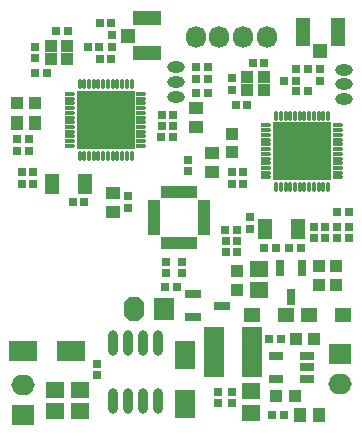
<source format=gts>
%FSLAX44Y44*%
%MOMM*%
G71*
G01*
G75*
G04 Layer_Color=8388736*
%ADD10R,1.0000X0.9000*%
%ADD11R,0.6000X0.6000*%
%ADD12R,0.2800X0.9000*%
%ADD13R,0.9000X0.2800*%
%ADD14R,0.9000X0.8128*%
%ADD15R,0.9000X1.0000*%
%ADD16R,0.6000X0.6000*%
%ADD17O,0.2000X0.6500*%
%ADD18O,0.6500X0.2000*%
%ADD19R,4.7000X4.7000*%
%ADD20R,0.9000X0.8000*%
%ADD21R,2.2000X1.0500*%
%ADD22R,1.1000X1.0000*%
%ADD23R,1.0000X1.5000*%
%ADD24R,1.2500X1.0000*%
%ADD25R,0.6000X1.2000*%
%ADD26R,1.4000X1.1500*%
%ADD27R,0.8128X0.9000*%
%ADD28R,1.0000X0.5500*%
%ADD29R,1.0000X1.1000*%
%ADD30R,1.0500X2.2000*%
%ADD31R,1.2000X0.6000*%
%ADD32O,0.6000X2.0000*%
%ADD33R,1.5000X4.0000*%
%ADD34R,2.2000X1.5500*%
%ADD35R,1.5500X2.2000*%
%ADD36R,1.5240X1.7780*%
G04:AMPARAMS|DCode=37|XSize=1.524mm|YSize=1.778mm|CornerRadius=0mm|HoleSize=0mm|Usage=FLASHONLY|Rotation=0.000|XOffset=0mm|YOffset=0mm|HoleType=Round|Shape=Octagon|*
%AMOCTAGOND37*
4,1,8,-0.3810,0.8890,0.3810,0.8890,0.7620,0.5080,0.7620,-0.5080,0.3810,-0.8890,-0.3810,-0.8890,-0.7620,-0.5080,-0.7620,0.5080,-0.3810,0.8890,0.0*
%
%ADD37OCTAGOND37*%

%ADD38C,0.2540*%
%ADD39C,0.2032*%
%ADD40C,0.1524*%
%ADD41C,0.3810*%
%ADD42C,0.5080*%
%ADD43C,1.0160*%
%ADD44C,0.7620*%
%ADD45C,0.6350*%
%ADD46R,1.1684X1.1430*%
%ADD47O,1.5240X1.6510*%
%ADD48O,1.2700X0.7620*%
%ADD49R,1.7780X1.5240*%
%ADD50O,1.7780X1.5240*%
%ADD51C,0.5588*%
%ADD52R,0.6000X1.4000*%
%ADD53R,1.1470X1.1390*%
%ADD54C,0.1270*%
%ADD55C,0.2500*%
%ADD56C,0.1016*%
%ADD57C,0.2000*%
%ADD58C,0.3000*%
%ADD59C,0.3048*%
%ADD60R,4.0000X0.5000*%
%ADD61R,1.2032X1.1032*%
%ADD62R,0.8032X0.8032*%
%ADD63R,0.4832X1.1032*%
%ADD64R,1.1032X0.4832*%
%ADD65R,1.1032X1.0160*%
%ADD66R,1.1032X1.2032*%
%ADD67R,0.8032X0.8032*%
%ADD68O,0.4032X0.8532*%
%ADD69O,0.8532X0.4032*%
%ADD70R,4.9032X4.9032*%
%ADD71R,1.1032X1.0032*%
%ADD72R,2.4032X1.2532*%
%ADD73R,1.3032X1.2032*%
%ADD74R,1.2032X1.7032*%
%ADD75R,1.4532X1.2032*%
%ADD76R,0.8032X1.4032*%
%ADD77R,1.6032X1.3532*%
%ADD78R,1.0160X1.1032*%
%ADD79R,1.2032X0.7532*%
%ADD80R,1.2032X1.3032*%
%ADD81R,1.2532X2.4032*%
%ADD82R,1.4032X0.8032*%
%ADD83O,0.8032X2.2032*%
%ADD84R,1.7032X4.2032*%
%ADD85R,2.4032X1.7532*%
%ADD86R,1.7532X2.4032*%
%ADD87R,1.7272X1.9812*%
G04:AMPARAMS|DCode=88|XSize=1.7272mm|YSize=1.9812mm|CornerRadius=0mm|HoleSize=0mm|Usage=FLASHONLY|Rotation=0.000|XOffset=0mm|YOffset=0mm|HoleType=Round|Shape=Octagon|*
%AMOCTAGOND88*
4,1,8,-0.4318,0.9906,0.4318,0.9906,0.8636,0.5588,0.8636,-0.5588,0.4318,-0.9906,-0.4318,-0.9906,-0.8636,-0.5588,-0.8636,0.5588,-0.4318,0.9906,0.0*
%
%ADD88OCTAGOND88*%

%ADD89O,1.7272X1.8542*%
%ADD90O,1.4732X0.9652*%
%ADD91R,1.9812X1.7272*%
%ADD92O,1.9812X1.7272*%
D61*
X-56134Y20446D02*
D03*
Y4446D02*
D03*
X14478Y76328D02*
D03*
X14478Y92328D02*
D03*
X28194Y38228D02*
D03*
Y54228D02*
D03*
D62*
X-42926Y8208D02*
D03*
Y18208D02*
D03*
X24638Y127428D02*
D03*
X24638Y117428D02*
D03*
X7620Y48942D02*
D03*
Y38942D02*
D03*
X-121920Y144700D02*
D03*
Y134700D02*
D03*
X-57150Y154098D02*
D03*
X-57150Y144098D02*
D03*
X133858Y-7700D02*
D03*
Y-17700D02*
D03*
X114300Y-7700D02*
D03*
Y-17700D02*
D03*
X2540Y-37418D02*
D03*
Y-47418D02*
D03*
X-10922Y-37418D02*
D03*
Y-47418D02*
D03*
X14732Y127428D02*
D03*
Y117428D02*
D03*
X143764Y-17700D02*
D03*
X143764Y-7700D02*
D03*
X119380Y115650D02*
D03*
X119380Y125650D02*
D03*
X44450Y108030D02*
D03*
X44450Y118030D02*
D03*
X59690Y-9826D02*
D03*
X59690Y174D02*
D03*
X123698Y-17700D02*
D03*
Y-7700D02*
D03*
X33020Y-147400D02*
D03*
Y-157400D02*
D03*
X44450Y-147400D02*
D03*
Y-157400D02*
D03*
X-69850Y-123778D02*
D03*
Y-133778D02*
D03*
D63*
X-12500Y21540D02*
D03*
X-7500D02*
D03*
X-2500D02*
D03*
X2500D02*
D03*
X7500D02*
D03*
X12500D02*
D03*
Y-21540D02*
D03*
X7500D02*
D03*
X2500D02*
D03*
X-2500D02*
D03*
X-7500D02*
D03*
X-12500D02*
D03*
D64*
X21540Y12500D02*
D03*
Y7500D02*
D03*
Y2500D02*
D03*
Y-2500D02*
D03*
Y-7500D02*
D03*
Y-12500D02*
D03*
X-21540D02*
D03*
Y-7500D02*
D03*
Y-2500D02*
D03*
Y2500D02*
D03*
Y7500D02*
D03*
Y12500D02*
D03*
D65*
X-137540Y96520D02*
D03*
X-121540Y96520D02*
D03*
X82170Y-151130D02*
D03*
X98170D02*
D03*
X98680Y-102870D02*
D03*
X114680Y-102870D02*
D03*
D66*
X-121540Y80010D02*
D03*
X-137540D02*
D03*
X118490Y-167640D02*
D03*
X102490Y-167640D02*
D03*
D67*
X-137080Y66040D02*
D03*
X-127080Y66040D02*
D03*
X-127080Y55880D02*
D03*
X-137080D02*
D03*
X-123270Y38100D02*
D03*
X-133270Y38100D02*
D03*
X-111840Y121920D02*
D03*
X-121840Y121920D02*
D03*
X-133270Y27940D02*
D03*
X-123270Y27940D02*
D03*
X-90090Y12700D02*
D03*
X-80090Y12700D02*
D03*
X-104060Y157480D02*
D03*
X-94060Y157480D02*
D03*
X-77390Y144018D02*
D03*
X-67390Y144018D02*
D03*
X-57230Y164338D02*
D03*
X-67230Y164338D02*
D03*
X-57230Y133858D02*
D03*
X-67230Y133858D02*
D03*
X-15080Y67818D02*
D03*
X-5080Y67818D02*
D03*
X78820Y-167640D02*
D03*
X88820Y-167640D02*
D03*
X49450Y-29464D02*
D03*
X39450D02*
D03*
X49450Y-20066D02*
D03*
X39450Y-20066D02*
D03*
X133684Y4318D02*
D03*
X143684Y4318D02*
D03*
X86280Y-102870D02*
D03*
X76280Y-102870D02*
D03*
X99140Y106680D02*
D03*
X109140Y106680D02*
D03*
X99140Y125730D02*
D03*
X109140Y125730D02*
D03*
X98980Y115824D02*
D03*
X88980D02*
D03*
X72310Y130810D02*
D03*
X62310Y130810D02*
D03*
X103298Y-25908D02*
D03*
X93298Y-25908D02*
D03*
X71708Y-25908D02*
D03*
X81708Y-25908D02*
D03*
X47832Y94996D02*
D03*
X57832D02*
D03*
X44530Y27940D02*
D03*
X54530Y27940D02*
D03*
X24558Y105664D02*
D03*
X14558Y105664D02*
D03*
X54530Y38100D02*
D03*
X44530Y38100D02*
D03*
X-11858Y-58674D02*
D03*
X-1858D02*
D03*
X-14826Y77470D02*
D03*
X-4826D02*
D03*
X-14826Y86868D02*
D03*
X-4826D02*
D03*
X39276Y-10668D02*
D03*
X49276Y-10668D02*
D03*
D68*
X-84230Y52300D02*
D03*
X-80230Y52300D02*
D03*
X-76230D02*
D03*
X-72230Y52300D02*
D03*
X-68230Y52300D02*
D03*
X-64230Y52300D02*
D03*
X-60230Y52300D02*
D03*
X-56230D02*
D03*
X-52230Y52300D02*
D03*
X-48230Y52300D02*
D03*
X-44230Y52300D02*
D03*
X-40230Y52300D02*
D03*
Y112800D02*
D03*
X-44230Y112800D02*
D03*
X-48230Y112800D02*
D03*
X-52230Y112800D02*
D03*
X-56230Y112800D02*
D03*
X-60230Y112800D02*
D03*
X-64230Y112800D02*
D03*
X-68230Y112800D02*
D03*
X-72230Y112800D02*
D03*
X-76230D02*
D03*
X-80230D02*
D03*
X-84230Y112800D02*
D03*
X82140Y86130D02*
D03*
X86140D02*
D03*
X90140Y86130D02*
D03*
X94140Y86130D02*
D03*
X98140Y86130D02*
D03*
X102140Y86130D02*
D03*
X106140Y86130D02*
D03*
X110140D02*
D03*
X114140Y86130D02*
D03*
X118140Y86130D02*
D03*
X122140D02*
D03*
X126140D02*
D03*
Y25630D02*
D03*
X122140D02*
D03*
X118140Y25630D02*
D03*
X114140Y25630D02*
D03*
X110140Y25630D02*
D03*
X106140Y25630D02*
D03*
X102140Y25630D02*
D03*
X98140D02*
D03*
X94140D02*
D03*
X90140D02*
D03*
X86140Y25630D02*
D03*
X82140Y25630D02*
D03*
D69*
X-31980Y60550D02*
D03*
X-31980Y64550D02*
D03*
X-31980Y68550D02*
D03*
Y72550D02*
D03*
X-31980Y76550D02*
D03*
X-31980Y80550D02*
D03*
X-31980Y84550D02*
D03*
Y88550D02*
D03*
X-31980Y92550D02*
D03*
X-31980Y96550D02*
D03*
X-31980Y100550D02*
D03*
X-31980Y104550D02*
D03*
X-92480Y104550D02*
D03*
X-92480Y100550D02*
D03*
X-92480Y96550D02*
D03*
X-92480Y92550D02*
D03*
Y88550D02*
D03*
X-92480Y84550D02*
D03*
X-92480Y80550D02*
D03*
X-92480Y76550D02*
D03*
Y72550D02*
D03*
Y68550D02*
D03*
Y64550D02*
D03*
Y60550D02*
D03*
X73890Y33880D02*
D03*
X73890Y37880D02*
D03*
Y41880D02*
D03*
X73890Y45880D02*
D03*
X73890Y49880D02*
D03*
X73890Y53880D02*
D03*
Y57880D02*
D03*
Y61880D02*
D03*
X73890Y65880D02*
D03*
Y69880D02*
D03*
X73890Y73880D02*
D03*
X73890Y77880D02*
D03*
X134390Y77880D02*
D03*
Y73880D02*
D03*
X134390Y69880D02*
D03*
X134390Y65880D02*
D03*
Y61880D02*
D03*
Y57880D02*
D03*
Y53880D02*
D03*
Y49880D02*
D03*
X134390Y45880D02*
D03*
X134390Y41880D02*
D03*
Y37880D02*
D03*
X134390Y33880D02*
D03*
D70*
X-62230Y82550D02*
D03*
X104140Y55880D02*
D03*
D71*
X-108600Y145200D02*
D03*
X-94600Y134200D02*
D03*
X-94600Y145200D02*
D03*
X-108600Y134200D02*
D03*
X57770Y107530D02*
D03*
X71770Y118530D02*
D03*
Y107530D02*
D03*
X57770Y118530D02*
D03*
D72*
X-27180Y168924D02*
D03*
X-27180Y138924D02*
D03*
D73*
X-43180Y153924D02*
D03*
D74*
X-79980Y27940D02*
D03*
X-107980Y27940D02*
D03*
X72868Y-9398D02*
D03*
X100868Y-9398D02*
D03*
D75*
X90950Y-82550D02*
D03*
X61450D02*
D03*
X109710Y-82550D02*
D03*
X139210D02*
D03*
D76*
X104242Y-42618D02*
D03*
X85242Y-42618D02*
D03*
X94742Y-67618D02*
D03*
D77*
X67564Y-43324D02*
D03*
Y-61324D02*
D03*
X60960Y-165210D02*
D03*
Y-147210D02*
D03*
X-105410Y-163940D02*
D03*
Y-145940D02*
D03*
X-83820Y-163940D02*
D03*
Y-145940D02*
D03*
D78*
X49276Y-61086D02*
D03*
Y-45086D02*
D03*
X132588Y-41530D02*
D03*
Y-57530D02*
D03*
X118364Y-41530D02*
D03*
Y-57530D02*
D03*
X44450Y54992D02*
D03*
X44450Y70992D02*
D03*
D79*
X108250Y-136500D02*
D03*
X108250Y-127000D02*
D03*
X108250Y-117500D02*
D03*
X82250Y-117500D02*
D03*
X82250Y-136500D02*
D03*
D80*
X119634Y140970D02*
D03*
D81*
X134634Y156970D02*
D03*
X104634Y156970D02*
D03*
D82*
X36630Y-74676D02*
D03*
X11630Y-84176D02*
D03*
Y-65176D02*
D03*
D83*
X-55880Y-155310D02*
D03*
X-43180D02*
D03*
X-30480D02*
D03*
X-17780Y-155310D02*
D03*
X-55880Y-106310D02*
D03*
X-43180Y-106310D02*
D03*
X-30480D02*
D03*
X-17780D02*
D03*
D84*
X61720Y-114300D02*
D03*
X29720Y-114300D02*
D03*
D85*
X-132260Y-113030D02*
D03*
X-91260Y-113030D02*
D03*
D86*
X5080Y-157660D02*
D03*
Y-116660D02*
D03*
D87*
X-12446Y-77724D02*
D03*
D88*
X-37846D02*
D03*
D89*
X74168Y152908D02*
D03*
X54168D02*
D03*
X34168D02*
D03*
X14168D02*
D03*
D90*
X-2540Y102254D02*
D03*
Y114754D02*
D03*
Y127254D02*
D03*
X139700Y125076D02*
D03*
Y112576D02*
D03*
Y100076D02*
D03*
D91*
X135890Y-115570D02*
D03*
X-132080Y-167640D02*
D03*
D92*
X135890Y-140970D02*
D03*
X-132080Y-142240D02*
D03*
M02*

</source>
